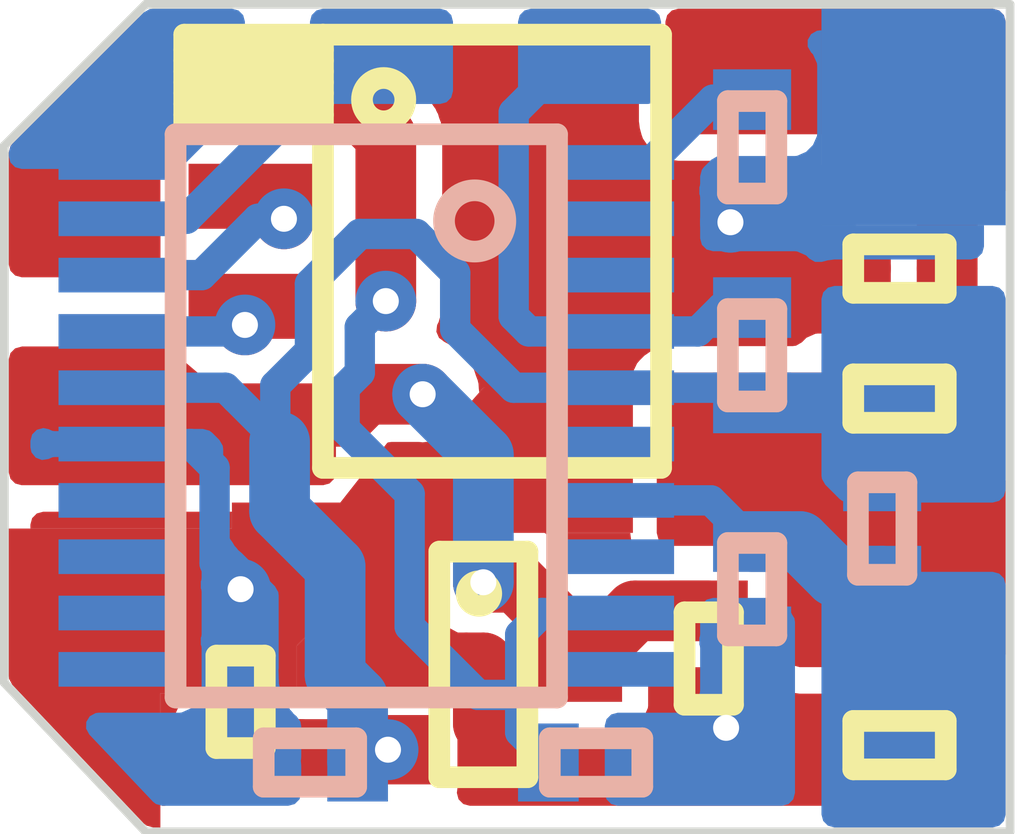
<source format=kicad_pcb>
(kicad_pcb (version 20211014) (generator pcbnew)
  (layers (0 "F.Cu" signal) (31 "B.Cu" signal) (34 "B.Paste" user) (35 "F.Paste" user) (36 "B.SilkS" user "B.Silkscreen") (37 "F.SilkS" user "F.Silkscreen") (38 "B.Mask" user) (39 "F.Mask" user) (44 "Edge.Cuts" user))
  (net 0 "")
  (net 1 "/InA")
  (net 2 "/InB")
  (net 3 "/RESET")
  (net 4 "/Resistor")
  (net 5 "/SWCLK")
  (net 6 "/SWDIO")
  (net 7 "/VIN")
  (net 8 "GND")
  (net 9 "N-0000013")
  (net 10 "N-0000016")
  (net 11 "N-0000018")
  (net 12 "N-0000022")
  (net 13 "VCC")
  (footprint "RS-Quadruped:SOT23" (layer "F.Cu") (at 98.8 54.9 -90)
    (fp_text reference "U1" hide)
    (fp_text value "MCP1702T-3302E/CB" hide)
    (fp_line (start -1.3335 -0.508) (end -1.3335 0.508) (layer "F.SilkS") (width 0.25))
    (fp_line (start -1.3335 -0.508) (end 1.27 -0.508) (layer "F.SilkS") (width 0.25))
    (fp_line (start 1.27 0.508) (end -1.3335 0.508) (layer "F.SilkS") (width 0.25))
    (fp_line (start 1.27 -0.508) (end 1.27 0.508) (layer "F.SilkS") (width 0.25))
    (fp_circle (center -0.85 0.05) (end -0.75 0.15) (layer "F.SilkS") (width 0.25) (fill none))
    (pad "1" smd rect (at -0.9525 1.09982 270) (size 0.8001 1.00076) (layers "F.Cu" "F.Paste" "F.Mask") (net 8 "GND"))
    (pad "2" smd rect (at 0.9525 1.09982 270) (size 0.8001 1.00076) (layers "F.Cu" "F.Paste" "F.Mask") (net 13 "VCC"))
    (pad "3" smd rect (at 0 -1.09982 270) (size 0.8001 1.00076) (layers "F.Cu" "F.Paste" "F.Mask") (net 7 "/VIN"))
  )
  (footprint "RS-Quadruped:SOP8" (layer "F.Cu") (at 98.9 50.1)
    (fp_text reference "U3" hide)
    (fp_text value "TC118S" hide)
    (fp_line (start 1.95 -2.5) (end 1.95 2.5) (layer "F.SilkS") (width 0.25))
    (fp_line (start -1.95 2.5) (end 1.95 2.5) (layer "F.SilkS") (width 0.25))
    (fp_line (start -1.95 -2.5) (end 1.95 -2.5) (layer "F.SilkS") (width 0.25))
    (fp_line (start -1.95 -2.5) (end -1.95 2.5) (layer "F.SilkS") (width 0.25))
    (fp_circle (center -1.25 -1.75) (end -1 -1.75) (layer "F.SilkS") (width 0.25) (fill none))
    (pad "1" smd rect (at -2.75 -1.905) (size 1.5 0.75) (layers "F.Cu") (net 9 "N-0000013"))
    (pad "2" smd rect (at -2.75 -0.635) (size 1.5 0.75) (layers "F.Cu" "F.Paste" "F.Mask") (net 1 "/InA"))
    (pad "3" smd rect (at -2.75 0.635) (size 1.5 0.75) (layers "F.Cu" "F.Paste" "F.Mask") (net 2 "/InB"))
    (pad "4" smd rect (at -2.75 1.905) (size 1.5 0.75) (layers "F.Cu" "F.Paste" "F.Mask") (net 7 "/VIN"))
    (pad "5" smd rect (at 2.75 1.905) (size 1.5 0.75) (layers "F.Cu" "F.Paste" "F.Mask") (net 12 "N-0000022"))
    (pad "6" smd rect (at 2.75 0.635) (size 1.5 0.75) (layers "F.Cu" "F.Paste" "F.Mask") (net 8 "GND"))
    (pad "7" smd rect (at 2.75 -0.635) (size 1.5 0.75) (layers "F.Cu" "F.Paste" "F.Mask") (net 8 "GND"))
    (pad "8" smd rect (at 2.75 -1.905) (size 1.5 0.75) (layers "F.Cu" "F.Paste" "F.Mask") (net 11 "N-0000018"))
  )
  (footprint "RS-Quadruped:SM0402" (layer "F.Cu") (at 101.4 54.8 -90)
    (fp_text reference "C1" hide)
    (fp_text value "1uf" hide)
    (fp_line (start 0.5334 -0.2794) (end -0.5334 -0.2794) (layer "F.SilkS") (width 0.25))
    (fp_line (start 0.5334 0.2794) (end 0.5334 -0.2794) (layer "F.SilkS") (width 0.25))
    (fp_line (start -0.5334 -0.2794) (end -0.5334 0.2794) (layer "F.SilkS") (width 0.25))
    (fp_line (start -0.5334 0.2794) (end 0.5334 0.2794) (layer "F.SilkS") (width 0.25))
    (pad "1" smd rect (at -0.55 0 270) (size 0.7 0.9) (layers "F.Cu" "F.Paste" "F.Mask") (net 7 "/VIN"))
    (pad "2" smd rect (at 0.55 0 270) (size 0.7 0.9) (layers "F.Cu" "F.Paste" "F.Mask") (net 8 "GND"))
  )
  (footprint "RS-Quadruped:SM0402" (layer "F.Cu") (at 96 55.3 90)
    (fp_text reference "C3" hide)
    (fp_text value "10uf" hide)
    (fp_line (start 0.5334 -0.2794) (end -0.5334 -0.2794) (layer "F.SilkS") (width 0.25))
    (fp_line (start -0.5334 -0.2794) (end -0.5334 0.2794) (layer "F.SilkS") (width 0.25))
    (fp_line (start -0.5334 0.2794) (end 0.5334 0.2794) (layer "F.SilkS") (width 0.25))
    (fp_line (start 0.5334 0.2794) (end 0.5334 -0.2794) (layer "F.SilkS") (width 0.25))
    (pad "1" smd rect (at -0.55 0 90) (size 0.7 0.9) (layers "F.Cu" "F.Paste" "F.Mask") (net 13 "VCC"))
    (pad "2" smd rect (at 0.55 0 90) (size 0.7 0.9) (layers "F.Cu" "F.Paste" "F.Mask") (net 8 "GND"))
  )
  (footprint "RS-Quadruped:SM0402" (layer "F.Cu") (at 103.6 55.8 180)
    (fp_text reference "C7" hide)
    (fp_text value "100nf" hide)
    (fp_line (start 0.5334 0.2794) (end 0.5334 -0.2794) (layer "F.SilkS") (width 0.25))
    (fp_line (start -0.5334 0.2794) (end 0.5334 0.2794) (layer "F.SilkS") (width 0.25))
    (fp_line (start -0.5334 -0.2794) (end -0.5334 0.2794) (layer "F.SilkS") (width 0.25))
    (fp_line (start 0.5334 -0.2794) (end -0.5334 -0.2794) (layer "F.SilkS") (width 0.25))
    (pad "1" smd rect (at -0.55 0 180) (size 0.7 0.9) (layers "F.Cu" "F.Paste" "F.Mask") (net 12 "N-0000022"))
    (pad "2" smd rect (at 0.55 0 180) (size 0.7 0.9) (layers "F.Cu" "F.Paste" "F.Mask") (net 8 "GND"))
  )
  (footprint "RS-Quadruped:SM0402" (layer "F.Cu") (at 103.6 50.3 180)
    (fp_text reference "C6" hide)
    (fp_text value "100nf" hide)
    (fp_line (start 0.5334 0.2794) (end 0.5334 -0.2794) (layer "F.SilkS") (width 0.25))
    (fp_line (start -0.5334 0.2794) (end 0.5334 0.2794) (layer "F.SilkS") (width 0.25))
    (fp_line (start 0.5334 -0.2794) (end -0.5334 -0.2794) (layer "F.SilkS") (width 0.25))
    (fp_line (start -0.5334 -0.2794) (end -0.5334 0.2794) (layer "F.SilkS") (width 0.25))
    (pad "1" smd rect (at -0.55 0 180) (size 0.7 0.9) (layers "F.Cu" "F.Paste" "F.Mask") (net 11 "N-0000018"))
    (pad "2" smd rect (at 0.55 0 180) (size 0.7 0.9) (layers "F.Cu" "F.Paste" "F.Mask") (net 8 "GND"))
  )
  (footprint "RS-Quadruped:SM0402" (layer "F.Cu") (at 103.6 51.8 180)
    (fp_text reference "C8" hide)
    (fp_text value "100nf" hide)
    (fp_line (start 0.5334 0.2794) (end 0.5334 -0.2794) (layer "F.SilkS") (width 0.25))
    (fp_line (start -0.5334 0.2794) (end 0.5334 0.2794) (layer "F.SilkS") (width 0.25))
    (fp_line (start -0.5334 -0.2794) (end -0.5334 0.2794) (layer "F.SilkS") (width 0.25))
    (fp_line (start 0.5334 -0.2794) (end -0.5334 -0.2794) (layer "F.SilkS") (width 0.25))
    (pad "1" smd rect (at -0.55 0 180) (size 0.7 0.9) (layers "F.Cu" "F.Paste" "F.Mask") (net 11 "N-0000018"))
    (pad "2" smd rect (at 0.55 0 180) (size 0.7 0.9) (layers "F.Cu" "F.Paste" "F.Mask") (net 12 "N-0000022"))
  )
  (footprint "RS-Quadruped:SIL3_MDS" (layer "F.Cu") (at 94.275 50.8 -90)
    (fp_text reference "K1" hide)
    (fp_text value "CONN_3" hide)
    (pad "1" smd rect (at -0.8 0 270) (size 0.8 1.6) (layers "F.Cu" "F.Paste" "F.Mask") (net 9 "N-0000013"))
    (pad "2" smd rect (at 1.2 0 270) (size 1.6 1.6) (layers "F.Cu" "F.Paste" "F.Mask") (net 7 "/VIN"))
    (pad "3" smd rect (at 3.2 0 270) (size 0.8 1.6) (layers "F.Cu" "F.Paste" "F.Mask") (net 8 "GND"))
  )
  (footprint "RS-Quadruped:SIL2_MD" (layer "F.Cu") (at 104.8 53.9 180)
    (fp_text reference "M1" hide)
    (fp_text value "MOTOR" hide)
    (pad "1" smd rect (at 1.1 5.3 180) (size 1.6 1.6) (layers "F.Cu" "F.Paste" "F.Mask") (net 11 "N-0000018"))
    (pad "2" smd rect (at 1.1 0.4 180) (size 1.6 1.6) (layers "F.Cu" "F.Paste" "F.Mask") (net 12 "N-0000022"))
  )
  (footprint "RS-Quadruped:SM0402" (layer "B.Cu") (at 100.1 56)
    (fp_text reference "C2" hide)
    (fp_text value "100nf" hide)
    (fp_line (start 0.5334 0.2794) (end -0.5334 0.2794) (layer "B.SilkS") (width 0.25))
    (fp_line (start 0.5334 -0.2794) (end 0.5334 0.2794) (layer "B.SilkS") (width 0.25))
    (fp_line (start -0.5334 -0.2794) (end 0.5334 -0.2794) (layer "B.SilkS") (width 0.25))
    (fp_line (start -0.5334 0.2794) (end -0.5334 -0.2794) (layer "B.SilkS") (width 0.25))
    (pad "1" smd rect (at -0.55 0) (size 0.7 0.9) (layers "B.Cu" "B.Paste" "B.Mask") (net 9 "N-0000013"))
    (pad "2" smd rect (at 0.55 0) (size 0.7 0.9) (layers "B.Cu" "B.Paste" "B.Mask") (net 8 "GND"))
  )
  (footprint "RS-Quadruped:SM0402" (layer "B.Cu") (at 101.9 54 -90)
    (fp_text reference "C5" hide)
    (fp_text value "100nf" hide)
    (fp_line (start -0.5334 0.2794) (end -0.5334 -0.2794) (layer "B.SilkS") (width 0.25))
    (fp_line (start 0.5334 0.2794) (end -0.5334 0.2794) (layer "B.SilkS") (width 0.25))
    (fp_line (start -0.5334 -0.2794) (end 0.5334 -0.2794) (layer "B.SilkS") (width 0.25))
    (fp_line (start 0.5334 -0.2794) (end 0.5334 0.2794) (layer "B.SilkS") (width 0.25))
    (pad "1" smd rect (at -0.55 0 270) (size 0.7 0.9) (layers "B.Cu" "B.Paste" "B.Mask") (net 4 "/Resistor"))
    (pad "2" smd rect (at 0.55 0 270) (size 0.7 0.9) (layers "B.Cu" "B.Paste" "B.Mask") (net 8 "GND"))
  )
  (footprint "RS-Quadruped:SM0402" (layer "B.Cu") (at 96.8 56 180)
    (fp_text reference "C4" hide)
    (fp_text value "100nf" hide)
    (fp_line (start -0.5334 -0.2794) (end 0.5334 -0.2794) (layer "B.SilkS") (width 0.25))
    (fp_line (start 0.5334 0.2794) (end -0.5334 0.2794) (layer "B.SilkS") (width 0.25))
    (fp_line (start -0.5334 0.2794) (end -0.5334 -0.2794) (layer "B.SilkS") (width 0.25))
    (fp_line (start 0.5334 -0.2794) (end 0.5334 0.2794) (layer "B.SilkS") (width 0.25))
    (pad "1" smd rect (at -0.55 0 180) (size 0.7 0.9) (layers "B.Cu" "B.Paste" "B.Mask") (net 13 "VCC"))
    (pad "2" smd rect (at 0.55 0 180) (size 0.7 0.9) (layers "B.Cu" "B.Paste" "B.Mask") (net 8 "GND"))
  )
  (footprint "RS-Quadruped:TSSOP20" (layer "B.Cu") (at 97.45 52 180)
    (fp_text reference "U2" hide)
    (fp_text value "STM32F030F4P6" hide)
    (fp_line (start -2.2 3.25) (end -2.2 -3.25) (layer "B.SilkS") (width 0.25))
    (fp_line (start 2.2 3.25) (end -2.2 3.25) (layer "B.SilkS") (width 0.25))
    (fp_line (start 2.2 -3.25) (end 2.2 3.25) (layer "B.SilkS") (width 0.25))
    (fp_line (start -2.2 -3.25) (end 2.2 -3.25) (layer "B.SilkS") (width 0.25))
    (fp_circle (center -1.25 2.25) (end -1 2) (layer "B.SilkS") (width 0.25) (fill none))
    (pad "1" smd rect (at -2.875 2.925 180) (size 1.35 0.4) (layers "B.Cu" "B.Paste" "B.Mask") (net 10 "N-0000016"))
    (pad "2" smd rect (at -2.875 2.275 180) (size 1.35 0.4) (layers "B.Cu" "B.Paste" "B.Mask"))
    (pad "3" smd rect (at -2.875 1.625 180) (size 1.35 0.4) (layers "B.Cu" "B.Paste" "B.Mask"))
    (pad "4" smd rect (at -2.875 0.975 180) (size 1.35 0.4) (layers "B.Cu" "B.Paste" "B.Mask") (net 3 "/RESET"))
    (pad "5" smd rect (at -2.875 0.325 180) (size 1.35 0.4) (layers "B.Cu" "B.Paste" "B.Mask") (net 13 "VCC"))
    (pad "6" smd rect (at -2.875 -0.325 180) (size 1.35 0.4) (layers "B.Cu" "B.Paste" "B.Mask"))
    (pad "7" smd rect (at -2.875 -0.975 180) (size 1.35 0.4) (layers "B.Cu" "B.Paste" "B.Mask") (net 4 "/Resistor"))
    (pad "8" smd rect (at -2.875 -1.625 180) (size 1.35 0.4) (layers "B.Cu" "B.Paste" "B.Mask"))
    (pad "9" smd rect (at -2.875 -2.275 180) (size 1.35 0.4) (layers "B.Cu" "B.Paste" "B.Mask") (net 9 "N-0000013"))
    (pad "10" smd rect (at -2.875 -2.925 180) (size 1.35 0.4) (layers "B.Cu" "B.Paste" "B.Mask"))
    (pad "11" smd rect (at 2.875 -2.925 180) (size 1.35 0.4) (layers "B.Cu" "B.Paste" "B.Mask"))
    (pad "12" smd rect (at 2.875 -2.275 180) (size 1.35 0.4) (layers "B.Cu" "B.Paste" "B.Mask"))
    (pad "13" smd rect (at 2.875 -1.625 180) (size 1.35 0.4) (layers "B.Cu" "B.Paste" "B.Mask"))
    (pad "14" smd rect (at 2.875 -0.975 180) (size 1.35 0.4) (layers "B.Cu" "B.Paste" "B.Mask"))
    (pad "15" smd rect (at 2.875 -0.325 180) (size 1.35 0.4) (layers "B.Cu" "B.Paste" "B.Mask") (net 8 "GND"))
    (pad "16" smd rect (at 2.875 0.325 180) (size 1.35 0.4) (layers "B.Cu" "B.Paste" "B.Mask") (net 13 "VCC"))
    (pad "17" smd rect (at 2.875 0.975 180) (size 1.35 0.4) (layers "B.Cu" "B.Paste" "B.Mask") (net 2 "/InB"))
    (pad "18" smd rect (at 2.875 1.625 180) (size 1.35 0.4) (layers "B.Cu" "B.Paste" "B.Mask") (net 1 "/InA"))
    (pad "19" smd rect (at 2.875 2.275 180) (size 1.35 0.4) (layers "B.Cu" "B.Paste" "B.Mask") (net 6 "/SWDIO"))
    (pad "20" smd rect (at 2.875 2.925 180) (size 1.35 0.4) (layers "B.Cu" "B.Paste" "B.Mask") (net 5 "/SWCLK"))
  )
  (footprint "RS-Quadruped:SIL3_D" (layer "B.Cu") (at 98.9 47.85 180)
    (fp_text reference "K2" hide)
    (fp_text value "CONN_3" hide)
    (pad "1" smd circle (at -1.2 0 180) (size 0.5 0.5) (layers "B.Cu" "B.Paste" "B.Mask") (net 3 "/RESET"))
    (pad "2" smd circle (at 1.2 0 180) (size 0.5 0.5) (layers "B.Cu" "B.Paste" "B.Mask") (net 6 "/SWDIO"))
    (pad "3" smd circle (at 3.6 0 180) (size 0.5 0.5) (layers "B.Cu" "B.Paste" "B.Mask") (net 5 "/SWCLK"))
  )
  (footprint "RS-Quadruped:SM0402" (layer "B.Cu") (at 101.9 48.9 -90)
    (fp_text reference "R2" hide)
    (fp_text value "4.7k" hide)
    (fp_line (start -0.5334 -0.2794) (end 0.5334 -0.2794) (layer "B.SilkS") (width 0.25))
    (fp_line (start -0.5334 0.2794) (end -0.5334 -0.2794) (layer "B.SilkS") (width 0.25))
    (fp_line (start 0.5334 -0.2794) (end 0.5334 0.2794) (layer "B.SilkS") (width 0.25))
    (fp_line (start 0.5334 0.2794) (end -0.5334 0.2794) (layer "B.SilkS") (width 0.25))
    (pad "1" smd rect (at -0.55 0 270) (size 0.7 0.9) (layers "B.Cu" "B.Paste" "B.Mask") (net 10 "N-0000016"))
    (pad "2" smd rect (at 0.55 0 270) (size 0.7 0.9) (layers "B.Cu" "B.Paste" "B.Mask") (net 8 "GND"))
  )
  (footprint "RS-Quadruped:SM0402" (layer "B.Cu") (at 101.9 51.3 -90)
    (fp_text reference "R1" hide)
    (fp_text value "4.7k" hide)
    (fp_line (start 0.5334 0.2794) (end -0.5334 0.2794) (layer "B.SilkS") (width 0.25))
    (fp_line (start 0.5334 -0.2794) (end 0.5334 0.2794) (layer "B.SilkS") (width 0.25))
    (fp_line (start -0.5334 0.2794) (end -0.5334 -0.2794) (layer "B.SilkS") (width 0.25))
    (fp_line (start -0.5334 -0.2794) (end 0.5334 -0.2794) (layer "B.SilkS") (width 0.25))
    (pad "1" smd rect (at -0.55 0 270) (size 0.7 0.9) (layers "B.Cu" "B.Paste" "B.Mask") (net 3 "/RESET"))
    (pad "2" smd rect (at 0.55 0 270) (size 0.7 0.9) (layers "B.Cu" "B.Paste" "B.Mask") (net 13 "VCC"))
  )
  (footprint "RS-Quadruped:SM0402" (layer "B.Cu") (at 103.4 53.3 90)
    (fp_text reference "R4" hide)
    (fp_text value "1M" hide)
    (fp_line (start -0.5334 0.2794) (end -0.5334 -0.2794) (layer "B.SilkS") (width 0.25))
    (fp_line (start 0.5334 -0.2794) (end 0.5334 0.2794) (layer "B.SilkS") (width 0.25))
    (fp_line (start 0.5334 0.2794) (end -0.5334 0.2794) (layer "B.SilkS") (width 0.25))
    (fp_line (start -0.5334 -0.2794) (end 0.5334 -0.2794) (layer "B.SilkS") (width 0.25))
    (pad "1" smd rect (at -0.55 0 90) (size 0.7 0.9) (layers "B.Cu" "B.Paste" "B.Mask") (net 4 "/Resistor"))
    (pad "2" smd rect (at 0.55 0 90) (size 0.7 0.9) (layers "B.Cu" "B.Paste" "B.Mask") (net 13 "VCC"))
  )
  (footprint "RS-Quadruped:SIL3_MD" (layer "B.Cu") (at 103.6 52.9 90)
    (fp_text reference "R3" hide)
    (fp_text value "4.95k" hide)
    (pad "1" smd rect (at 1.5 0 90) (size 1.6 1.6) (layers "B.Cu" "B.Paste" "B.Mask") (net 13 "VCC"))
    (pad "2" smd rect (at -2.3 0 90) (size 1.6 1.6) (layers "B.Cu" "B.Paste" "B.Mask") (net 4 "/Resistor"))
    (pad "3" smd rect (at 4 0 90) (size 1.6 1.6) (layers "B.Cu" "B.Paste" "B.Mask") (net 8 "GND"))
  )
  (gr_line (start 95.35 48.025) (end 96.95 48.025) (layer "F.SilkS") (width 0.25))
  (gr_line (start 96.95 47.6) (end 95.35 47.6) (layer "F.SilkS") (width 0.25))
  (gr_line (start 95.35 48.525) (end 96.95 48.525) (layer "F.SilkS") (width 0.25))
  (gr_line (start 95.35 48.275) (end 96.95 48.275) (layer "F.SilkS") (width 0.25))
  (gr_line (start 95.35 47.6) (end 95.35 48.65) (layer "F.SilkS") (width 0.25))
  (gr_line (start 96.95 48.15) (end 95.35 48.15) (layer "F.SilkS") (width 0.25))
  (gr_line (start 95.35 47.775) (end 96.95 47.775) (layer "F.SilkS") (width 0.25))
  (gr_line (start 96.95 47.9) (end 95.35 47.9) (layer "F.SilkS") (width 0.25))
  (gr_line (start 96.95 48.4) (end 95.35 48.4) (layer "F.SilkS") (width 0.25))
  (gr_line (start 95.35 48.65) (end 96.95 48.65) (layer "F.SilkS") (width 0.25))
  (gr_line (start 104.875 56.8) (end 94.905 56.8) (layer "Edge.Cuts") (width 0.1))
  (gr_line (start 104.875 56.8) (end 104.875 47.25) (layer "Edge.Cuts") (width 0.1))
  (gr_line (start 104.875 47.25) (end 94.905 47.25) (layer "Edge.Cuts") (width 0.1))
  (gr_line (start 94.905 47.25) (end 93.275 48.88) (layer "Edge.Cuts") (width 0.1))
  (gr_line (start 93.275 55.08) (end 93.275 48.88) (layer "Edge.Cuts") (width 0.1))
  (gr_line (start 93.275 55.08) (end 94.905 56.8) (layer "Edge.Cuts") (width 0.1))
  (segment (start 96.24 49.465) (end 96.5 49.725) (width 0.7) (layer "F.Cu") (net 1))
  (segment (start 96.15 49.465) (end 96.24 49.465) (width 0.7) (layer "F.Cu") (net 1))
  (via (at 96.5 49.725) (size 0.7) (drill 0.3) (layers "F.Cu" "B.Cu") (net 1))
  (segment (start 95.55 50.375) (end 96.2 49.725) (width 0.35) (layer "B.Cu") (net 1))
  (segment (start 96.2 49.725) (end 96.5 49.725) (width 0.35) (layer "B.Cu") (net 1))
  (segment (start 94.575 50.375) (end 95.55 50.375) (width 0.35) (layer "B.Cu") (net 1))
  (segment (start 96.05 50.95) (end 96.135 51.035) (width 0.35) (layer "F.Cu") (net 2))
  (segment (start 96.135 51.035) (end 96.15 51.035) (width 0.35) (layer "F.Cu") (net 2))
  (via (at 96.05 50.95) (size 0.7) (drill 0.3) (layers "F.Cu" "B.Cu") (net 2))
  (segment (start 95.975 51.025) (end 96.05 50.95) (width 0.35) (layer "B.Cu") (net 2))
  (segment (start 94.575 51.025) (end 95.975 51.025) (width 0.35) (layer "B.Cu") (net 2))
  (segment (start 101.275 51.025) (end 101.55 50.75) (width 0.35) (layer "B.Cu") (net 3))
  (segment (start 101.55 50.75) (end 101.9 50.75) (width 0.35) (layer "B.Cu") (net 3))
  (segment (start 99.325 51.025) (end 99.15 50.85) (width 0.35) (layer "B.Cu") (net 3))
  (segment (start 99.15 50.85) (end 99.15 48.5) (width 0.35) (layer "B.Cu") (net 3))
  (segment (start 99.15 48.5) (end 99.8 47.85) (width 0.35) (layer "B.Cu") (net 3))
  (segment (start 99.8 47.85) (end 100.1 47.85) (width 0.35) (layer "B.Cu") (net 3))
  (segment (start 100.325 51.025) (end 99.325 51.025) (width 0.35) (layer "B.Cu") (net 3))
  (segment (start 100.325 51.025) (end 101.275 51.025) (width 0.35) (layer "B.Cu") (net 3))
  (segment (start 101.425 52.975) (end 101.9 53.45) (width 0.35) (layer "B.Cu") (net 4))
  (segment (start 102.45 53.45) (end 102.85 53.85) (width 0.7) (layer "B.Cu") (net 4))
  (segment (start 102.85 53.85) (end 103.4 53.85) (width 0.7) (layer "B.Cu") (net 4))
  (segment (start 103.4 55) (end 103.6 55.2) (width 0.7) (layer "B.Cu") (net 4))
  (segment (start 103.4 53.85) (end 103.4 55) (width 0.7) (layer "B.Cu") (net 4))
  (segment (start 101.9 53.45) (end 102.45 53.45) (width 0.7) (layer "B.Cu") (net 4))
  (segment (start 100.325 52.975) (end 101.425 52.975) (width 0.35) (layer "B.Cu") (net 4))
  (segment (start 95.125 49.075) (end 95.6 48.6) (width 0.35) (layer "B.Cu") (net 5))
  (segment (start 95.6 48.6) (end 95.6 48.15) (width 0.35) (layer "B.Cu") (net 5))
  (segment (start 95.6 48.15) (end 95.3 47.85) (width 0.35) (layer "B.Cu") (net 5))
  (segment (start 94.575 49.075) (end 95.125 49.075) (width 0.35) (layer "B.Cu") (net 5))
  (segment (start 95.375 49.725) (end 97.25 47.85) (width 0.35) (layer "B.Cu") (net 6))
  (segment (start 97.25 47.85) (end 97.7 47.85) (width 0.35) (layer "B.Cu") (net 6))
  (segment (start 94.575 49.725) (end 95.375 49.725) (width 0.35) (layer "B.Cu") (net 6))
  (segment (start 100.54982 54.25) (end 99.89982 54.9) (width 0.7) (layer "F.Cu") (net 7))
  (segment (start 97.45 51.75) (end 97.195 52.005) (width 0.7) (layer "F.Cu") (net 7))
  (segment (start 96.15 52.005) (end 97.195 52.005) (width 0.7) (layer "F.Cu") (net 7))
  (segment (start 96.15 52.005) (end 96.145 52) (width 0.7) (layer "F.Cu") (net 7))
  (segment (start 96.145 52) (end 94.275 52) (width 0.7) (layer "F.Cu") (net 7))
  (segment (start 99.89982 54.63982) (end 99.18 53.92) (width 0.7) (layer "F.Cu") (net 7))
  (segment (start 99.18 53.92) (end 98.8 53.92) (width 0.7) (layer "F.Cu") (net 7))
  (segment (start 98.1 51.75) (end 97.45 51.75) (width 0.7) (layer "F.Cu") (net 7))
  (segment (start 101.4 54.25) (end 100.54982 54.25) (width 0.7) (layer "F.Cu") (net 7))
  (segment (start 99.89982 54.63982) (end 99.89982 54.9) (width 0.7) (layer "F.Cu") (net 7))
  (via (at 98.8 53.92) (size 0.7) (drill 0.3) (layers "F.Cu" "B.Cu") (net 7))
  (via (at 98.1 51.75) (size 0.7) (drill 0.3) (layers "F.Cu" "B.Cu") (net 7))
  (segment (start 98.8 52.45) (end 98.1 51.75) (width 0.7) (layer "B.Cu") (net 7))
  (segment (start 98.8 53.92) (end 98.8 52.45) (width 0.7) (layer "B.Cu") (net 7))
  (segment (start 94.3275 53.9475) (end 94.275 54) (width 0.9) (layer "F.Cu") (net 8))
  (segment (start 96 53.9475) (end 94.3275 53.9475) (width 0.9) (layer "F.Cu") (net 8))
  (segment (start 100.8 55.95) (end 99.2 55.95) (width 0.7) (layer "F.Cu") (net 8))
  (segment (start 102.085 50.3) (end 101.65 50.735) (width 0.9) (layer "F.Cu") (net 8))
  (segment (start 101.65 49.765) (end 101.65 49.465) (width 0.9) (layer "F.Cu") (net 8))
  (segment (start 101.65 50.15) (end 101.65 49.765) (width 0.9) (layer "F.Cu") (net 8))
  (segment (start 101.65 50.17) (end 101.65 50.15) (width 0.9) (layer "F.Cu") (net 8))
  (segment (start 100.48 50.17) (end 99.67 50.98) (width 1.7) (layer "F.Cu") (net 8))
  (segment (start 99.67 50.98) (end 99.67 52.36) (width 1.7) (layer "F.Cu") (net 8))
  (segment (start 98.8 55.55) (end 99.2 55.95) (width 0.7) (layer "F.Cu") (net 8))
  (segment (start 97.70018 54.59018) (end 97.96 54.85) (width 0.7) (layer "F.Cu") (net 8))
  (segment (start 97.96 54.85) (end 98.60268 54.85) (width 0.7) (layer "F.Cu") (net 8))
  (segment (start 98.60268 54.85) (end 98.8 54.85) (width 0.7) (layer "F.Cu") (net 8))
  (segment (start 98.8 54.85) (end 98.8 55.55) (width 0.7) (layer "F.Cu") (net 8))
  (segment (start 97.70018 53.38982) (end 98.34 52.75) (width 0.9) (layer "F.Cu") (net 8))
  (segment (start 98.34 52.75) (end 99.28 52.75) (width 0.9) (layer "F.Cu") (net 8))
  (segment (start 99.28 52.75) (end 99.67 52.36) (width 0.9) (layer "F.Cu") (net 8))
  (segment (start 101.85 55.8) (end 101.4 55.35) (width 0.7) (layer "F.Cu") (net 8))
  (segment (start 101.4 55.4) (end 101.6 55.6) (width 0.7) (layer "F.Cu") (net 8))
  (segment (start 101.4 55.35) (end 101.4 55.4) (width 0.7) (layer "F.Cu") (net 8))
  (segment (start 96 54.75) (end 96 53.9475) (width 0.7) (layer "F.Cu") (net 8))
  (segment (start 101.4 55.35) (end 100.8 55.95) (width 0.7) (layer "F.Cu") (net 8))
  (segment (start 103.05 50.3) (end 102.085 50.3) (width 0.9) (layer "F.Cu") (net 8))
  (segment (start 100.48 50.17) (end 101.65 50.17) (width 1.7) (layer "F.Cu") (net 8))
  (segment (start 101.65 50.735) (end 101.65 50.17) (width 0.9) (layer "F.Cu") (net 8))
  (segment (start 97.70018 53.9475) (end 97.70018 54.59018) (width 0.7) (layer "F.Cu") (net 8))
  (segment (start 97.70018 53.9475) (end 97.70018 53.38982) (width 0.9) (layer "F.Cu") (net 8))
  (segment (start 101.65 49.465) (end 101.65 49.765) (width 0.9) (layer "F.Cu") (net 8))
  (segment (start 103.05 55.8) (end 102.2 55.8) (width 0.7) (layer "F.Cu") (net 8))
  (segment (start 97.70018 53.9475) (end 96 53.9475) (width 0.9) (layer "F.Cu") (net 8))
  (segment (start 102.2 55.8) (end 101.85 55.8) (width 0.7) (layer "F.Cu") (net 8))
  (via (at 101.65 49.765) (size 0.7) (drill 0.3) (layers "F.Cu" "B.Cu") (net 8))
  (via (at 96 54) (size 0.7) (drill 0.3) (layers "F.Cu" "B.Cu") (net 8))
  (via (at 101.6 55.6) (size 0.7) (drill 0.3) (layers "F.Cu" "B.Cu") (net 8))
  (segment (start 101.9 55.3) (end 101.6 55.6) (width 0.7) (layer "B.Cu") (net 8))
  (segment (start 101.2 56) (end 100.65 56) (width 0.7) (layer "B.Cu") (net 8))
  (segment (start 101.55 55.65) (end 101.2 56) (width 0.7) (layer "B.Cu") (net 8))
  (segment (start 101.65 49.765) (end 101.9 49.515) (width 0.7) (layer "B.Cu") (net 8))
  (segment (start 101.9 49.515) (end 101.9 49.45) (width 0.7) (layer "B.Cu") (net 8))
  (segment (start 95.7 53.7) (end 95.7 52.6) (width 0.35) (layer "B.Cu") (net 8))
  (segment (start 95.7 52.6) (end 95.425 52.325) (width 0.35) (layer "B.Cu") (net 8))
  (segment (start 95.425 52.325) (end 94.575 52.325) (width 0.35) (layer "B.Cu") (net 8))
  (segment (start 96 55.75) (end 96 54) (width 0.7) (layer "B.Cu") (net 8))
  (segment (start 101.6 55.6) (end 101.55 55.65) (width 0.7) (layer "B.Cu") (net 8))
  (segment (start 103.05 49.45) (end 103.6 48.9) (width 0.7) (layer "B.Cu") (net 8))
  (segment (start 96 54) (end 95.7 53.7) (width 0.35) (layer "B.Cu") (net 8))
  (segment (start 96.25 56) (end 96 55.75) (width 0.7) (layer "B.Cu") (net 8))
  (segment (start 101.9 54.55) (end 101.9 55.3) (width 0.7) (layer "B.Cu") (net 8))
  (segment (start 101.9 49.45) (end 103.05 49.45) (width 0.7) (layer "B.Cu") (net 8))
  (segment (start 95.305 48.195) (end 94.275 49.225) (width 0.7) (layer "F.Cu") (net 9))
  (segment (start 94.275 49.225) (end 94.275 50) (width 0.7) (layer "F.Cu") (net 9))
  (segment (start 97.675 48.775) (end 97.095 48.195) (width 0.7) (layer "F.Cu") (net 9))
  (segment (start 96.15 48.195) (end 97.095 48.195) (width 0.7) (layer "F.Cu") (net 9))
  (segment (start 97.675 50.675) (end 97.675 48.775) (width 0.7) (layer "F.Cu") (net 9))
  (segment (start 96.15 48.195) (end 95.305 48.195) (width 0.7) (layer "F.Cu") (net 9))
  (via (at 97.675 50.675) (size 0.7) (drill 0.3) (layers "F.Cu" "B.Cu") (net 9))
  (segment (start 97.2 51.675) (end 97.375 51.5) (width 0.35) (layer "B.Cu") (net 9))
  (segment (start 97.375 51.5) (end 97.375 50.975) (width 0.35) (layer "B.Cu") (net 9))
  (segment (start 97.375 50.975) (end 97.675 50.675) (width 0.35) (layer "B.Cu") (net 9))
  (segment (start 99.55 55.975) (end 99.225 55.65) (width 0.35) (layer "B.Cu") (net 9))
  (segment (start 99.225 55.65) (end 99.225 55.22) (width 0.35) (layer "B.Cu") (net 9))
  (segment (start 99.225 54.525) (end 99.475 54.275) (width 0.35) (layer "B.Cu") (net 9))
  (segment (start 99.475 54.275) (end 100.325 54.275) (width 0.35) (layer "B.Cu") (net 9))
  (segment (start 97.95 54.43) (end 98.74 55.22) (width 0.35) (layer "B.Cu") (net 9))
  (segment (start 98.74 55.22) (end 99.225 55.22) (width 0.35) (layer "B.Cu") (net 9))
  (segment (start 99.225 55.22) (end 99.225 54.525) (width 0.35) (layer "B.Cu") (net 9))
  (segment (start 97.2 52.15) (end 97.95 52.9) (width 0.35) (layer "B.Cu") (net 9))
  (segment (start 97.2 51.675) (end 97.2 52.15) (width 0.35) (layer "B.Cu") (net 9))
  (segment (start 99.55 56) (end 99.55 55.975) (width 0.35) (layer "B.Cu") (net 9))
  (segment (start 97.95 52.9) (end 97.95 54.43) (width 0.35) (layer "B.Cu") (net 9))
  (segment (start 100.725 49.075) (end 101.45 48.35) (width 0.35) (layer "B.Cu") (net 10))
  (segment (start 101.45 48.35) (end 101.9 48.35) (width 0.35) (layer "B.Cu") (net 10))
  (segment (start 100.325 49.075) (end 100.725 49.075) (width 0.35) (layer "B.Cu") (net 10))
  (segment (start 104.15 49.05) (end 103.7 48.6) (width 0.7) (layer "F.Cu") (net 11))
  (segment (start 103.295 48.195) (end 103.7 48.6) (width 0.7) (layer "F.Cu") (net 11))
  (segment (start 104.15 51.8) (end 104.15 50.3) (width 0.7) (layer "F.Cu") (net 11))
  (segment (start 101.65 48.195) (end 103.295 48.195) (width 0.7) (layer "F.Cu") (net 11))
  (segment (start 104.15 50.3) (end 104.15 49.05) (width 0.7) (layer "F.Cu") (net 11))
  (segment (start 103.05 52.85) (end 103.7 53.5) (width 0.7) (layer "F.Cu") (net 12))
  (segment (start 102.505 52.305) (end 103.05 52.85) (width 0.7) (layer "F.Cu") (net 12))
  (segment (start 103.05 52.85) (end 103.7 53.5) (width 0.7) (layer "F.Cu") (net 12))
  (segment (start 104.15 53.95) (end 103.7 53.5) (width 0.7) (layer "F.Cu") (net 12))
  (segment (start 104.15 55.8) (end 104.15 53.95) (width 0.7) (layer "F.Cu") (net 12))
  (segment (start 101.65 52.305) (end 102.505 52.305) (width 0.7) (layer "F.Cu") (net 12))
  (segment (start 103.05 51.8) (end 103.05 52.85) (width 0.7) (layer "F.Cu") (net 12))
  (segment (start 97.69768 55.85) (end 97.70018 55.8525) (width 0.7) (layer "F.Cu") (net 13))
  (segment (start 96.69 55.85) (end 97.69768 55.85) (width 0.7) (layer "F.Cu") (net 13))
  (segment (start 96 55.85) (end 96.69 55.85) (width 0.7) (layer "F.Cu") (net 13))
  (via (at 97.70018 55.8525) (size 0.7) (drill 0.3) (layers "F.Cu" "B.Cu") (net 13))
  (segment (start 101.725 51.675) (end 101.9 51.85) (width 0.35) (layer "B.Cu") (net 13))
  (segment (start 95.825 51.675) (end 95.95 51.8) (width 0.35) (layer "B.Cu") (net 13))
  (segment (start 96.4 52.25) (end 95.95 51.8) (width 0.35) (layer "B.Cu") (net 13))
  (segment (start 96.4 51.65) (end 96.8 51.25) (width 0.35) (layer "B.Cu") (net 13))
  (segment (start 96.8 51.25) (end 96.8 50.475) (width 0.35) (layer "B.Cu") (net 13))
  (segment (start 96.8 50.475) (end 96.8125 50.4625) (width 0.35) (layer "B.Cu") (net 13))
  (segment (start 97.375 49.9) (end 98.025 49.9) (width 0.35) (layer "B.Cu") (net 13))
  (segment (start 98.025 49.9) (end 98.475 50.35) (width 0.35) (layer "B.Cu") (net 13))
  (segment (start 98.475 50.35) (end 98.475 51) (width 0.35) (layer "B.Cu") (net 13))
  (segment (start 98.475 51) (end 99.15 51.675) (width 0.35) (layer "B.Cu") (net 13))
  (segment (start 97.09 54.99) (end 97.09 53.74) (width 0.7) (layer "B.Cu") (net 13))
  (segment (start 97.09 53.74) (end 96.45 53.1) (width 0.7) (layer "B.Cu") (net 13))
  (segment (start 97.70018 55.8525) (end 97.4975 55.8525) (width 0.7) (layer "B.Cu") (net 13))
  (segment (start 97.4975 55.8525) (end 97.35 56) (width 0.7) (layer "B.Cu") (net 13))
  (segment (start 97.35 56) (end 97.35 55.25) (width 0.7) (layer "B.Cu") (net 13))
  (segment (start 103.15 51.85) (end 103.6 51.4) (width 0.7) (layer "B.Cu") (net 13))
  (segment (start 103.4 51.6) (end 103.6 51.4) (width 0.7) (layer "B.Cu") (net 13))
  (segment (start 97.09 54.99) (end 97.35 55.25) (width 0.7) (layer "B.Cu") (net 13))
  (segment (start 100.325 51.675) (end 101.725 51.675) (width 0.35) (layer "B.Cu") (net 13))
  (segment (start 100.325 51.675) (end 99.15 51.675) (width 0.35) (layer "B.Cu") (net 13))
  (segment (start 96.4 52.25) (end 96.4 51.65) (width 0.35) (layer "B.Cu") (net 13))
  (segment (start 96.8125 50.4625) (end 97.375 49.9) (width 0.35) (layer "B.Cu") (net 13))
  (segment (start 96.45 52.3) (end 96.4 52.25) (width 0.35) (layer "B.Cu") (net 13))
  (segment (start 101.9 51.85) (end 103.15 51.85) (width 0.7) (layer "B.Cu") (net 13))
  (segment (start 96.45 53.1) (end 96.45 52.3) (width 0.7) (layer "B.Cu") (net 13))
  (segment (start 95.825 51.675) (end 94.575 51.675) (width 0.35) (layer "B.Cu") (net 13))
  (segment (start 103.4 52.75) (end 103.4 51.6) (width 0.7) (layer "B.Cu") (net 13))
  (zone (net 9) (net_name "N-0000013") (layer "F.Cu") (priority 1) (connect_pads yes (clearance 0)) (min_thickness 0.3) (fill yes (thermal_gap 0.7) (thermal_bridge_width 0.7))
    (polygon (pts (xy 95.075 50.4) (xy 93.275 50.4) (xy 93.275 48.9) (xy 94.925 47.25) (xy 95.075 47.25)))
  )
  (zone (net 8) (net_name "GND") (layer "F.Cu") (priority 1) (connect_pads yes (clearance 0)) (min_thickness 0.3) (fill yes (thermal_gap 0.7) (thermal_bridge_width 0.7))
    (polygon (pts (xy 100.525 53.35) (xy 98.6 53.35) (xy 98.25 53.7) (xy 98.25 54.45) (xy 96.85 54.45) (xy 96.65 54.65) (xy 96.65 55.2) (xy 95.075 55.2) (xy 95.075 56.8) (xy 94.925 56.8) (xy 93.275 55.1) (xy 93.275 53.3) (xy 95.9 53.3) (xy 95.9 53) (xy 97.15 53) (xy 97.7 52.3) (xy 98.25 52.3) (xy 98.8 51.675) (xy 100.525 51.675)))
  )
  (zone (net 8) (net_name "GND") (layer "F.Cu") (connect_pads yes (clearance 0.3)) (min_thickness 0.3) (fill yes (thermal_gap 0.7) (thermal_bridge_width 0.7))
    (polygon (pts (xy 104.875 56.8) (xy 94.925 56.8) (xy 93.275 55.075) (xy 93.275 48.875) (xy 94.9 47.25) (xy 104.875 47.25)))
  )
  (zone (net 11) (net_name "N-0000018") (layer "F.Cu") (priority 1) (connect_pads yes (clearance 0)) (min_thickness 0.3) (fill yes (thermal_gap 0.7) (thermal_bridge_width 0.7))
    (polygon (pts (xy 104.85 49.55) (xy 102.7 49.55) (xy 102.7 48.75) (xy 100.9 48.75) (xy 100.9 47.25) (xy 104.85 47.25)))
  )
  (zone (net 12) (net_name "N-0000022") (layer "F.Cu") (priority 1) (connect_pads yes (clearance 0)) (min_thickness 0.3) (fill yes (thermal_gap 0.7) (thermal_bridge_width 0.7))
    (polygon (pts (xy 104.85 54.9) (xy 102.3 54.9) (xy 102.3 53.75) (xy 102.05 53.5) (xy 100.8 53.5) (xy 100.8 51.5) (xy 103.45 51.5) (xy 103.45 52.6) (xy 104.85 52.6)))
  )
  (zone (net 7) (net_name "/VIN") (layer "F.Cu") (priority 1) (connect_pads yes (clearance 0)) (min_thickness 0.3) (fill yes (thermal_gap 0.7) (thermal_bridge_width 0.7))
    (polygon (pts (xy 97.1 52.8) (xy 93.275 52.8) (xy 93.275 51.2) (xy 95.15 51.2) (xy 95.65 51.625) (xy 97.1 51.625)))
  )
  (zone (net 8) (net_name "GND") (layer "B.Cu") (priority 1) (connect_pads yes (clearance 0)) (min_thickness 0.3) (fill yes (thermal_gap 0.7) (thermal_bridge_width 0.7))
    (polygon (pts (xy 104.85 49.8) (xy 102.7 49.8) (xy 102.7 47.25) (xy 104.85 47.25)))
  )
  (zone (net 13) (net_name "VCC") (layer "B.Cu") (priority 1) (connect_pads yes (clearance 0)) (min_thickness 0.3) (fill yes (thermal_gap 0.7) (thermal_bridge_width 0.7))
    (polygon (pts (xy 104.85 53) (xy 102.95 53) (xy 102.7 52.75) (xy 102.7 50.5) (xy 104.85 50.5)))
  )
  (zone (net 4) (net_name "/Resistor") (layer "B.Cu") (priority 1) (connect_pads yes (clearance 0)) (min_thickness 0.3) (fill yes (thermal_gap 0.7) (thermal_bridge_width 0.7))
    (polygon (pts (xy 104.85 56.8) (xy 102.7 56.8) (xy 102.7 53.8) (xy 104.85 53.8)))
  )
  (zone (net 5) (net_name "/SWCLK") (layer "B.Cu") (priority 1) (connect_pads yes (clearance 0)) (min_thickness 0.3) (fill yes (thermal_gap 0.7) (thermal_bridge_width 0.7))
    (polygon (pts (xy 96.05 48.4) (xy 95.775 48.4) (xy 95.3 48.875) (xy 95.3 49.15) (xy 93.3 49.15) (xy 93.3 48.9) (xy 94.95 47.25) (xy 96.05 47.25)))
  )
  (zone (net 6) (net_name "/SWDIO") (layer "B.Cu") (priority 1) (connect_pads yes (clearance 0)) (min_thickness 0.3) (fill yes (thermal_gap 0.7) (thermal_bridge_width 0.7))
    (polygon (pts (xy 98.45 48.4) (xy 96.8 48.4) (xy 96.8 47.25) (xy 98.45 47.25)))
  )
  (zone (net 3) (net_name "/RESET") (layer "B.Cu") (priority 1) (connect_pads yes (clearance 0)) (min_thickness 0.3) (fill yes (thermal_gap 0.7) (thermal_bridge_width 0.7))
    (polygon (pts (xy 100.85 48.4) (xy 99.2 48.4) (xy 99.2 47.25) (xy 100.85 47.25)))
  )
  (zone (net 8) (net_name "GND") (layer "B.Cu") (connect_pads yes (clearance 0.3)) (min_thickness 0.3) (fill yes (thermal_gap 0.7) (thermal_bridge_width 0.7))
    (polygon (pts (xy 104.875 56.8) (xy 94.925 56.8) (xy 93.275 55.075) (xy 93.275 48.875) (xy 94.9 47.25) (xy 104.875 47.25)))
  )
)
</source>
